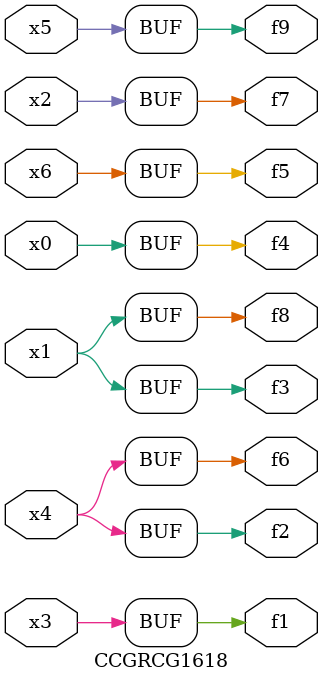
<source format=v>
module CCGRCG1618(
	input x0, x1, x2, x3, x4, x5, x6,
	output f1, f2, f3, f4, f5, f6, f7, f8, f9
);
	assign f1 = x3;
	assign f2 = x4;
	assign f3 = x1;
	assign f4 = x0;
	assign f5 = x6;
	assign f6 = x4;
	assign f7 = x2;
	assign f8 = x1;
	assign f9 = x5;
endmodule

</source>
